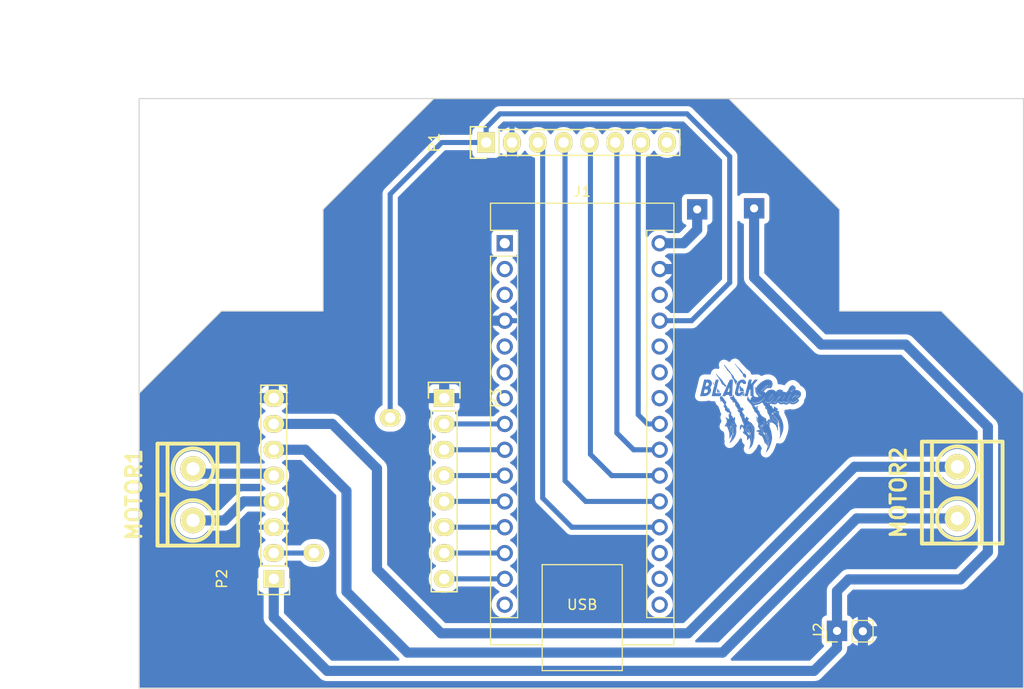
<source format=kicad_pcb>
(kicad_pcb (version 20221018) (generator pcbnew)
  (layers (0 "F.Cu" signal) (31 "B.Cu" signal) (34 "B.Paste" user) (35 "F.Paste" user) (36 "B.SilkS" user "B.Silkscreen") (37 "F.SilkS" user "F.Silkscreen") (38 "B.Mask" user) (39 "F.Mask" user) (44 "Edge.Cuts" user))
  (net 0 "")
  (net 1 "+7.5V")
  (net 2 "/AO2")
  (net 3 "/AO1")
  (net 4 "/BO1")
  (net 5 "/BO2")
  (net 6 "+5V")
  (net 7 "/QR_1")
  (net 8 "/QR_2")
  (net 9 "/QR_3")
  (net 10 "/QR_4")
  (net 11 "/QR_5")
  (net 12 "/QR_6")
  (net 13 "Earth")
  (net 14 "/PWMB")
  (net 15 "/BI2")
  (net 16 "/BI1")
  (net 17 "/STBY")
  (net 18 "/AI1")
  (net 19 "/AI2")
  (net 20 "/PWMA")
  (footprint "EESTN5:Logo black" (layer "F.Cu") (at 164.4 84.3)
    (fp_text reference "G***" hide)
    (fp_text value "LOGO" hide)
  )
  (footprint "EESTN5:Pin_Header_Straight_1x08" (layer "F.Cu") (at 138.24 58.42 90)
    (fp_text reference "P1")
    (fp_text value "CONN_01X08")
  )
  (footprint "" (layer "F.Cu") (at 159 65)
    (fp_text reference "")
    (fp_text value "")
  )
  (footprint "EESTN5:Socket_Strip_Straight_1x08" (layer "F.Cu") (at 117.348 101.346 90)
    (fp_text reference "P2")
    (fp_text value "CONN_01X08")
  )
  (footprint "Module:Arduino_Nano" (layer "F.Cu") (at 140.07 68.33)
    (fp_text reference "J1")
    (fp_text value "Arduino_Nano_Header")
  )
  (footprint "EESTN5:Socket_Strip_Straight_1x08" (layer "F.Cu") (at 134.112 83.566 -90)
    (fp_text reference "P3")
    (fp_text value "CONN_01X08")
  )
  (footprint "" (layer "F.Cu") (at 128.8 85.5)
    (fp_text reference "")
    (fp_text value "")
  )
  (footprint "" (layer "F.Cu") (at 164.6 64.9)
    (fp_text reference "")
    (fp_text value "")
  )
  (footprint "EESTN5:BORNERA2_AZUL" (layer "F.Cu") (at 109.4 93.06 -90)
    (fp_text reference "J4" hide)
    (fp_text value "MOTOR1")
  )
  (footprint "Connector_PinHeader_2.00mm:PinHeader_1x02_P2.00mm_Vertical" (layer "F.Cu") (at 173.03 106.49 90)
    (fp_text reference "J2")
    (fp_text value "VIN_BATTERY")
  )
  (footprint "EESTN5:BORNERA2_AZUL" (layer "F.Cu") (at 184.6 92.86 -90)
    (fp_text reference "Jr1" hide)
    (fp_text value "MOTOR2")
  )
  (footprint "" (layer "F.Cu") (at 121.3 98.8)
    (fp_text reference "")
    (fp_text value "")
  )
  (gr_line (start 173 65) (end 162.1 54.1) (stroke (width 0.1)) (layer "Edge.Cuts"))
  (gr_line (start 104.1 83.1) (end 104.1 112.1) (stroke (width 0.1)) (layer "Edge.Cuts"))
  (gr_line (start 112.2 75) (end 122.2 75) (stroke (width 0.1)) (layer "Edge.Cuts"))
  (gr_line (start 133.1 54.1) (end 162.1 54.1) (stroke (width 0.1)) (layer "Edge.Cuts"))
  (gr_line (start 191.1 112.1) (end 104.1 112.1) (stroke (width 0.1)) (layer "Edge.Cuts"))
  (gr_line (start 122.2 75) (end 122.2 65) (stroke (width 0.1)) (layer "Edge.Cuts"))
  (gr_rect (start 104.1 54.1) (end 191.1 112.1) (stroke (width 0.1)) (fill none) (layer "Edge.Cuts"))
  (gr_line (start 183 75) (end 173 75) (stroke (width 0.1)) (layer "Edge.Cuts"))
  (gr_line (start 122.2 65) (end 133.1 54.1) (stroke (width 0.1)) (layer "Edge.Cuts"))
  (gr_line (start 173 75) (end 173 65) (stroke (width 0.1)) (layer "Edge.Cuts"))
  (gr_line (start 112.2 75) (end 104.1 83.1) (stroke (width 0.1)) (layer "Edge.Cuts"))
  (gr_line (start 183 75) (end 191.1 83.1) (stroke (width 0.1)) (layer "Edge.Cuts"))
  (gr_line (start 191.1 83.1) (end 191.1 112.1) (stroke (width 0.1)) (layer "Edge.Cuts"))
  (segment (start 159 65) (end 159 67) (width 1) (layer "B.Cu") (net 1))
  (segment (start 179.5 78.3) (end 171.2 78.3) (width 1) (layer "B.Cu") (net 1))
  (segment (start 187.6 86.4) (end 179.5 78.3) (width 1) (layer "B.Cu") (net 1))
  (segment (start 117.348 105.148) (end 117.348 101.346) (width 1) (layer "B.Cu") (net 1))
  (segment (start 157.67 68.33) (end 155.31 68.33) (width 1) (layer "B.Cu") (net 1))
  (segment (start 172.755 106.465) (end 172.755 108.145) (width 1) (layer "B.Cu") (net 1))
  (segment (start 184.9 101.4) (end 187.6 98.7) (width 1) (layer "B.Cu") (net 1))
  (segment (start 172.755 108.145) (end 170.5 110.4) (width 1) (layer "B.Cu") (net 1))
  (segment (start 164.6 71.7) (end 164.6 64.9) (width 1) (layer "B.Cu") (net 1))
  (segment (start 159 67) (end 157.67 68.33) (width 1) (layer "B.Cu") (net 1))
  (segment (start 170.5 110.4) (end 122.6 110.4) (width 1) (layer "B.Cu") (net 1))
  (segment (start 187.6 98.7) (end 187.6 86.4) (width 1) (layer "B.Cu") (net 1))
  (segment (start 172.755 102.545) (end 173.9 101.4) (width 1) (layer "B.Cu") (net 1))
  (segment (start 173.9 101.4) (end 184.9 101.4) (width 1) (layer "B.Cu") (net 1))
  (segment (start 172.755 106.465) (end 172.755 102.545) (width 1) (layer "B.Cu") (net 1))
  (segment (start 171.2 78.3) (end 164.6 71.7) (width 1) (layer "B.Cu") (net 1))
  (segment (start 122.6 110.4) (end 117.348 105.148) (width 1) (layer "B.Cu") (net 1))
  (segment (start 117.162 91) (end 109.88 91) (width 1) (layer "B.Cu") (net 2))
  (segment (start 117.348 91.186) (end 117.162 91) (width 1) (layer "B.Cu") (net 2))
  (segment (start 109.88 91) (end 109.4 90.52) (width 1) (layer "B.Cu") (net 2))
  (segment (start 112.5 95.6) (end 109.4 95.6) (width 1) (layer "B.Cu") (net 3))
  (segment (start 117.348 93.726) (end 114.374 93.726) (width 1) (layer "B.Cu") (net 3))
  (segment (start 114.374 93.726) (end 112.5 95.6) (width 1) (layer "B.Cu") (net 3))
  (segment (start 174.48 90.32) (end 184.6 90.32) (width 1) (layer "B.Cu") (net 4))
  (segment (start 127.5 100.4) (end 133.8 106.7) (width 1) (layer "B.Cu") (net 4))
  (segment (start 133.8 106.7) (end 158.1 106.7) (width 1) (layer "B.Cu") (net 4))
  (segment (start 123.106 86.106) (end 127.5 90.5) (width 1) (layer "B.Cu") (net 4))
  (segment (start 117.348 86.106) (end 123.106 86.106) (width 1) (layer "B.Cu") (net 4))
  (segment (start 158.1 106.7) (end 174.48 90.32) (width 1) (layer "B.Cu") (net 4))
  (segment (start 127.5 90.5) (end 127.5 100.4) (width 1) (layer "B.Cu") (net 4))
  (segment (start 124.5 92.7) (end 124.5 102.6) (width 1) (layer "B.Cu") (net 5))
  (segment (start 117.348 88.646) (end 120.446 88.646) (width 1) (layer "B.Cu") (net 5))
  (segment (start 120.446 88.646) (end 124.5 92.7) (width 1) (layer "B.Cu") (net 5))
  (segment (start 130.5 108.6) (end 161.5 108.6) (width 1) (layer "B.Cu") (net 5))
  (segment (start 124.5 102.6) (end 130.5 108.6) (width 1) (layer "B.Cu") (net 5))
  (segment (start 174.7 95.4) (end 184.6 95.4) (width 1) (layer "B.Cu") (net 5))
  (segment (start 161.5 108.6) (end 174.7 95.4) (width 1) (layer "B.Cu") (net 5))
  (segment (start 158 55.6) (end 139.6 55.6) (width 0.5) (layer "B.Cu") (net 6))
  (segment (start 133.88 58.42) (end 138.24 58.42) (width 0.5) (layer "B.Cu") (net 6))
  (segment (start 162.2 72.2) (end 162.2 59.8) (width 0.5) (layer "B.Cu") (net 6))
  (segment (start 138.24 56.96) (end 138.24 58.42) (width 0.5) (layer "B.Cu") (net 6))
  (segment (start 158.45 75.95) (end 162.2 72.2) (width 0.5) (layer "B.Cu") (net 6))
  (segment (start 117.348 98.806) (end 121.294 98.806) (width 0.5) (layer "B.Cu") (net 6))
  (segment (start 128.8 63.5) (end 133.88 58.42) (width 0.5) (layer "B.Cu") (net 6))
  (segment (start 128.8 85.5) (end 128.8 63.5) (width 0.5) (layer "B.Cu") (net 6))
  (segment (start 162.2 59.8) (end 158 55.6) (width 0.5) (layer "B.Cu") (net 6))
  (segment (start 139.6 55.6) (end 138.24 56.96) (width 0.5) (layer "B.Cu") (net 6))
  (segment (start 121.294 98.806) (end 121.3 98.8) (width 0.5) (layer "B.Cu") (net 6))
  (segment (start 155.31 75.95) (end 158.45 75.95) (width 0.5) (layer "B.Cu") (net 6))
  (segment (start 146.67 96.27) (end 155.31 96.27) (width 0.5) (layer "B.Cu") (net 7))
  (segment (start 143.754 58.42) (end 143.8 58.466) (width 0.5) (layer "B.Cu") (net 7))
  (segment (start 143.8 58.466) (end 143.8 93.4) (width 0.5) (layer "B.Cu") (net 7))
  (segment (start 143.8 93.4) (end 146.67 96.27) (width 0.5) (layer "B.Cu") (net 7))
  (segment (start 148.03 93.73) (end 155.31 93.73) (width 0.5) (layer "B.Cu") (net 8))
  (segment (start 146 91.7) (end 148.03 93.73) (width 0.5) (layer "B.Cu") (net 8))
  (segment (start 146 58.714) (end 146 91.7) (width 0.5) (layer "B.Cu") (net 8))
  (segment (start 146.294 58.42) (end 146 58.714) (width 0.5) (layer "B.Cu") (net 8))
  (segment (start 148.834 58.42) (end 148.5 58.754) (width 0.5) (layer "B.Cu") (net 9))
  (segment (start 150.59 91.19) (end 155.31 91.19) (width 0.5) (layer "B.Cu") (net 9))
  (segment (start 148.5 58.754) (end 148.5 89.1) (width 0.5) (layer "B.Cu") (net 9))
  (segment (start 148.5 89.1) (end 150.59 91.19) (width 0.5) (layer "B.Cu") (net 9))
  (segment (start 151.1 58.694) (end 151.1 87) (width 0.5) (layer "B.Cu") (net 10))
  (segment (start 152.75 88.65) (end 155.31 88.65) (width 0.5) (layer "B.Cu") (net 10))
  (segment (start 151.374 58.42) (end 151.1 58.694) (width 0.5) (layer "B.Cu") (net 10))
  (segment (start 151.1 87) (end 152.75 88.65) (width 0.5) (layer "B.Cu") (net 10))
  (segment (start 154.11 86.11) (end 155.31 86.11) (width 0.5) (layer "B.Cu") (net 11))
  (segment (start 153.2 85.2) (end 154.11 86.11) (width 0.5) (layer "B.Cu") (net 11))
  (segment (start 153.2 59.134) (end 153.2 85.2) (width 0.5) (layer "B.Cu") (net 11))
  (segment (start 153.914 58.42) (end 153.2 59.134) (width 0.5) (layer "B.Cu") (net 11))
  (segment (start 140.8 60.9) (end 140.78 60.88) (width 1) (layer "B.Cu") (net 13))
  (segment (start 117.348 83.566) (end 117.348 81.252) (width 1) (layer "B.Cu") (net 13))
  (segment (start 136.034 83.566) (end 136.1 83.5) (width 1) (layer "B.Cu") (net 13))
  (segment (start 175.3 106.5) (end 175.3 108.4) (width 1) (layer "B.Cu") (net 13))
  (segment (start 157.1 70.9) (end 157.07 70.87) (width 1) (layer "B.Cu") (net 13))
  (segment (start 134.112 83.566) (end 136.034 83.566) (width 1) (layer "B.Cu") (net 13))
  (segment (start 117.348 83.566) (end 119.334 83.566) (width 1) (layer "B.Cu") (net 13))
  (segment (start 115.434 83.566) (end 115.4 83.6) (width 1) (layer "B.Cu") (net 13))
  (segment (start 155.31 70.87) (end 157.07 70.87) (width 1) (layer "B.Cu") (net 13))
  (segment (start 175.3 106.5) (end 177.1 106.5) (width 1) (layer "B.Cu") (net 13))
  (segment (start 140.78 58.42) (end 140.78 60.88) (width 1) (layer "B.Cu") (net 13))
  (segment (start 117.348 83.566) (end 115.434 83.566) (width 1) (layer "B.Cu") (net 13))
  (segment (start 140.07 75.95) (end 138.75 75.95) (width 1) (layer "B.Cu") (net 13))
  (segment (start 134.112 83.566) (end 134.112 81.512) (width 1) (layer "B.Cu") (net 13))
  (segment (start 138.75 75.95) (end 138.7 76) (width 1) (layer "B.Cu") (net 13))
  (segment (start 117.348 81.252) (end 117.4 81.2) (width 1) (layer "B.Cu") (net 13))
  (segment (start 175.3 106.5) (end 175.3 104.7) (width 1) (layer "B.Cu") (net 13))
  (segment (start 134.112 81.512) (end 134.1 81.5) (width 1) (layer "B.Cu") (net 13))
  (segment (start 132.266 83.566) (end 132.2 83.5) (width 1) (layer "B.Cu") (net 13))
  (segment (start 119.334 83.566) (end 119.4 83.5) (width 1) (layer "B.Cu") (net 13))
  (segment (start 134.112 83.566) (end 132.266 83.566) (width 1) (layer "B.Cu") (net 13))
  (segment (start 140.066 86.106) (end 140.07 86.11) (width 0.5) (layer "B.Cu") (net 14))
  (segment (start 134.112 86.106) (end 140.066 86.106) (width 0.5) (layer "B.Cu") (net 14))
  (segment (start 140.066 88.646) (end 140.07 88.65) (width 0.5) (layer "B.Cu") (net 15))
  (segment (start 134.112 88.646) (end 140.066 88.646) (width 0.5) (layer "B.Cu") (net 15))
  (segment (start 134.112 91.186) (end 140.066 91.186) (width 0.5) (layer "B.Cu") (net 16))
  (segment (start 140.066 91.186) (end 140.07 91.19) (width 0.5) (layer "B.Cu") (net 16))
  (segment (start 134.112 93.726) (end 140.066 93.726) (width 0.5) (layer "B.Cu") (net 17))
  (segment (start 140.066 93.726) (end 140.07 93.73) (width 0.5) (layer "B.Cu") (net 17))
  (segment (start 140.066 96.266) (end 140.07 96.27) (width 0.5) (layer "B.Cu") (net 18))
  (segment (start 134.112 96.266) (end 140.066 96.266) (width 0.5) (layer "B.Cu") (net 18))
  (segment (start 134.112 98.806) (end 140.066 98.806) (width 0.5) (layer "B.Cu") (net 19))
  (segment (start 140.066 98.806) (end 140.07 98.81) (width 0.5) (layer "B.Cu") (net 19))
  (segment (start 134.112 101.346) (end 140.066 101.346) (width 0.5) (layer "B.Cu") (net 20))
  (segment (start 140.066 101.346) (end 140.07 101.35) (width 0.5) (layer "B.Cu") (net 20))
  (zone (net 13) (net_name "Earth") (layer "B.Cu") (connect_pads (clearance 0.5)) (min_thickness 0.25) (fill yes (thermal_gap 0.5) (thermal_bridge_width 0.5))
    (polygon (pts (xy 104.1 112.1) (xy 191.1 112.1) (xy 191.1 83.1) (xy 183 75) (xy 173 75) (xy 173 65) (xy 162.1 54.1) (xy 133.1 54.1) (xy 122.2 65) (xy 122.2 75) (xy 112.2 75) (xy 104.1 83.1)))
  )
)
</source>
